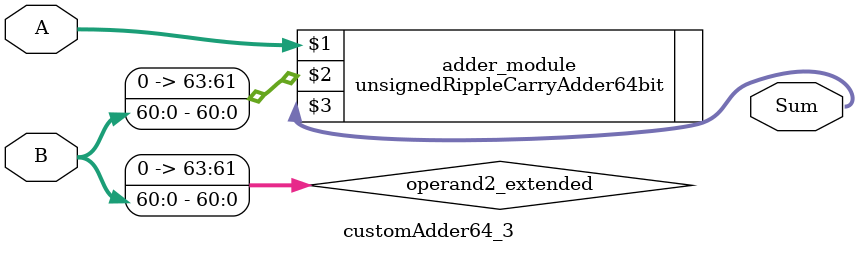
<source format=v>
module customAdder64_3(
                        input [63 : 0] A,
                        input [60 : 0] B,
                        
                        output [64 : 0] Sum
                );

        wire [63 : 0] operand2_extended;
        
        assign operand2_extended =  {3'b0, B};
        
        unsignedRippleCarryAdder64bit adder_module(
            A,
            operand2_extended,
            Sum
        );
        
        endmodule
        
</source>
